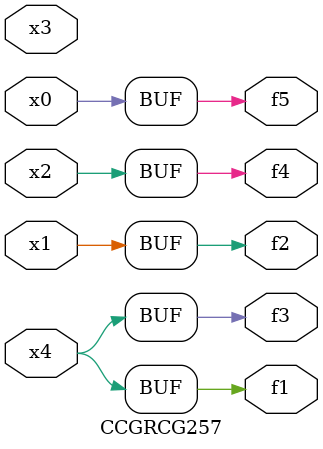
<source format=v>
module CCGRCG257(
	input x0, x1, x2, x3, x4,
	output f1, f2, f3, f4, f5
);
	assign f1 = x4;
	assign f2 = x1;
	assign f3 = x4;
	assign f4 = x2;
	assign f5 = x0;
endmodule

</source>
